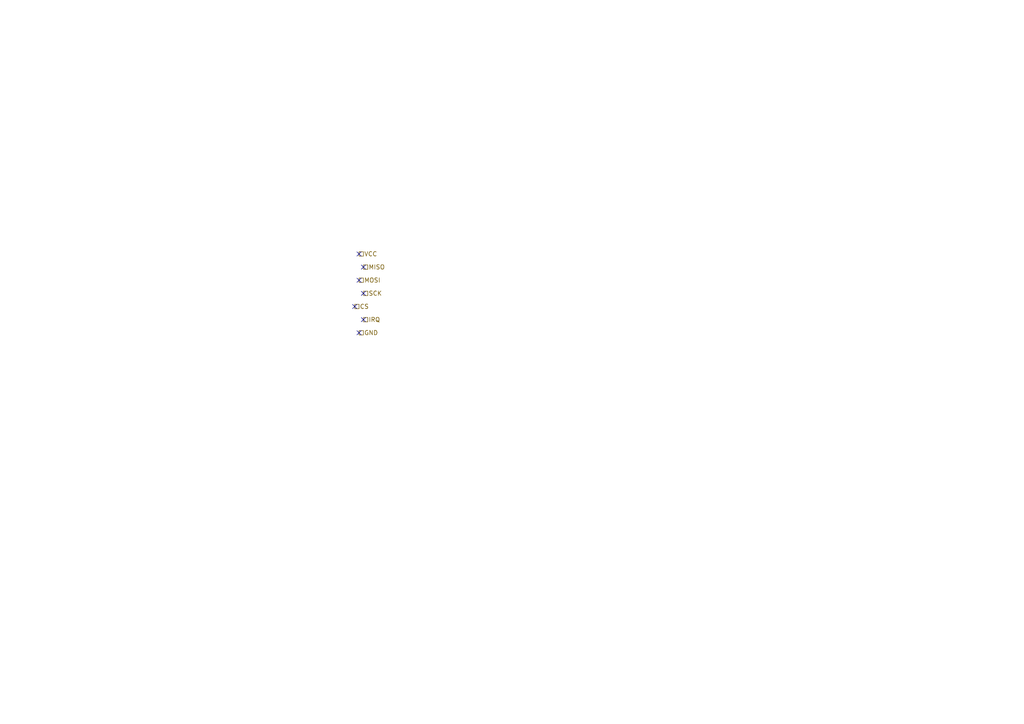
<source format=kicad_sch>
(kicad_sch (version 20211123) (generator eeschema)
  (paper "A4")
  (lib_symbols)
  (no_connect (at 105.41 85.09))
  (no_connect (at 104.14 81.28))
  (no_connect (at 105.41 77.47))
  (no_connect (at 104.14 96.52))
  (no_connect (at 105.41 92.71))
  (no_connect (at 102.87 88.9))
  (no_connect (at 104.14 73.66))
  (hierarchical_label "SCK" (shape passive) (at 105.41 85.09 0))
  (hierarchical_label "MOSI" (shape passive) (at 104.14 81.28 0))
  (hierarchical_label "VCC" (shape passive) (at 104.14 73.66 0))
  (hierarchical_label "MISO" (shape passive) (at 105.41 77.47 0))
  (hierarchical_label "GND" (shape passive) (at 104.14 96.52 0))
  (hierarchical_label "IRQ" (shape passive) (at 105.41 92.71 0))
  (hierarchical_label "CS" (shape passive) (at 102.87 88.9 0))
)
</source>
